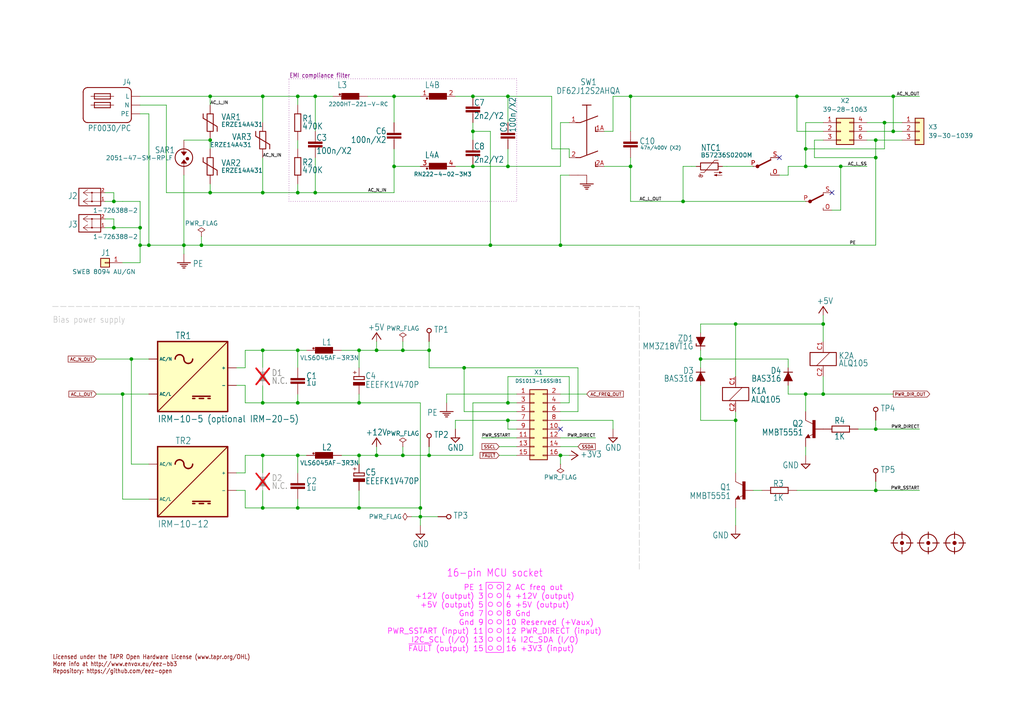
<source format=kicad_sch>
(kicad_sch (version 20230121) (generator eeschema)
  (paper "A4")
  (title_block (title "EEZ DIB AUX-PS") (date "2024-01-02") (rev "r3B7") (company "Envox d.o.o.") (comment 1 "https://www.envox.eu/eez-bb3"))
  (junction (at 35.56 114.3))
  (junction (at 147.32 48.26))
  (junction (at 104.14 132.08))
  (junction (at 162.56 132.08))
  (junction (at 109.22 132.08))
  (junction (at 116.84 101.6))
  (junction (at 198.12 58.42))
  (junction (at 182.88 27.94))
  (junction (at 142.24 71.12))
  (junction (at 137.16 27.94))
  (junction (at 58.42 71.12))
  (junction (at 60.96 40.64))
  (junction (at 233.68 48.26))
  (junction (at 76.2 101.6))
  (junction (at 40.64 71.12))
  (junction (at 254 45.72))
  (junction (at 91.44 27.94))
  (junction (at 254 142.24))
  (junction (at 259.08 38.1))
  (junction (at 121.92 147.32))
  (junction (at 86.36 132.08))
  (junction (at 76.2 116.84))
  (junction (at 104.14 116.84))
  (junction (at 60.96 55.88))
  (junction (at 256.54 35.56))
  (junction (at 114.3 27.94))
  (junction (at 203.2 104.14))
  (junction (at 33.02 66.04))
  (junction (at 254 40.64))
  (junction (at 53.34 71.12))
  (junction (at 109.22 101.6))
  (junction (at 40.64 66.04))
  (junction (at 134.62 106.68))
  (junction (at 238.76 114.3))
  (junction (at 147.32 121.92))
  (junction (at 162.56 71.12))
  (junction (at 76.2 55.88))
  (junction (at 233.68 43.18))
  (junction (at 86.36 116.84))
  (junction (at 76.2 132.08))
  (junction (at 104.14 147.32))
  (junction (at 76.2 147.32))
  (junction (at 43.18 71.12))
  (junction (at 86.36 27.94))
  (junction (at 147.32 116.84))
  (junction (at 86.36 55.88))
  (junction (at 121.92 149.86))
  (junction (at 213.36 121.92))
  (junction (at 243.84 48.26))
  (junction (at 86.36 101.6))
  (junction (at 91.44 55.88))
  (junction (at 182.88 48.26))
  (junction (at 124.46 101.6))
  (junction (at 124.46 132.08))
  (junction (at 238.76 93.98))
  (junction (at 116.84 132.08))
  (junction (at 213.36 93.98))
  (junction (at 233.68 114.3))
  (junction (at 33.02 58.42))
  (junction (at 60.96 27.94))
  (junction (at 76.2 27.94))
  (junction (at 147.32 27.94))
  (junction (at 114.3 48.26))
  (junction (at 104.14 101.6))
  (junction (at 137.16 48.26))
  (junction (at 38.1 104.14))
  (junction (at 86.36 147.32))
  (junction (at 231.14 27.94))
  (junction (at 259.08 27.94))
  (junction (at 254 124.46))
  (junction (at 137.16 38.1))
  (no_connect (at 226.06 45.72))
  (no_connect (at 162.56 124.46))
  (no_connect (at 241.3 55.88))
  (wire (pts (xy 218.44 142.24) (xy 220.98 142.24)) (stroke (width 0.1524)))
  (wire (pts (xy 109.22 132.08) (xy 109.22 129.54)) (stroke (width 0.1524)))
  (wire (pts (xy 226.06 50.8) (xy 228.6 50.8)) (stroke (width 0.1524)))
  (wire (pts (xy 48.26 55.88) (xy 60.96 55.88)) (stroke (width 0.1524)))
  (wire (pts (xy 203.2 121.92) (xy 203.2 111.76)) (stroke (width 0.1524)))
  (wire (pts (xy 40.64 66.04) (xy 40.64 71.12)) (stroke (width 0.1524)))
  (wire (pts (xy 43.18 134.62) (xy 38.1 134.62)) (stroke (width 0.1524)))
  (wire (pts (xy 137.16 27.94) (xy 147.32 27.94)) (stroke (width 0.1524)))
  (wire (pts (xy 35.56 114.3) (xy 43.18 114.3)))
  (wire (pts (xy 182.88 58.42) (xy 198.12 58.42)) (stroke (width 0.1524)))
  (wire (pts (xy 228.6 104.14) (xy 203.2 104.14)) (stroke (width 0.1524)))
  (wire (pts (xy 132.08 48.26) (xy 137.16 48.26)))
  (wire (pts (xy 76.2 116.84) (xy 71.12 116.84)) (stroke (width 0.1524)))
  (wire (pts (xy 91.44 55.88) (xy 114.3 55.88)) (stroke (width 0.1524)))
  (wire (pts (xy 213.36 109.22) (xy 213.36 93.98)) (stroke (width 0.1524)))
  (wire (pts (xy 114.3 48.26) (xy 114.3 55.88)) (stroke (width 0.1524)))
  (wire (pts (xy 160.02 43.18) (xy 160.02 27.94)) (stroke (width 0.1524)))
  (wire (pts (xy 203.2 93.98) (xy 203.2 96.52)) (stroke (width 0.1524)))
  (polyline (pts (xy 185.42 165.1) (xy 185.42 88.9)) (stroke (width 0.1524) (type dash) (color 194 194 194 1)))
  (wire (pts (xy 231.14 38.1) (xy 238.76 38.1)))
  (wire (pts (xy 228.6 106.68) (xy 228.6 104.14)) (stroke (width 0.1524)))
  (wire (pts (xy 149.86 121.92) (xy 147.32 121.92)))
  (wire (pts (xy 33.02 66.04) (xy 35.56 66.04)))
  (wire (pts (xy 71.12 132.08) (xy 71.12 137.16)) (stroke (width 0.1524)))
  (wire (pts (xy 231.14 27.94) (xy 259.08 27.94)) (stroke (width 0.1524)))
  (wire (pts (xy 182.88 38.1) (xy 182.88 27.94)) (stroke (width 0.1524)))
  (wire (pts (xy 76.2 27.94) (xy 60.96 27.94)) (stroke (width 0.1524)))
  (wire (pts (xy 114.3 35.56) (xy 114.3 27.94)) (stroke (width 0.1524)))
  (wire (pts (xy 259.08 27.94) (xy 266.7 27.94)) (stroke (width 0.1524)))
  (wire (pts (xy 147.32 116.84) (xy 137.16 116.84)))
  (wire (pts (xy 137.16 48.26) (xy 147.32 48.26)) (stroke (width 0.1524)))
  (wire (pts (xy 236.22 45.72) (xy 254 45.72)))
  (wire (pts (xy 104.14 132.08) (xy 99.06 132.08)) (stroke (width 0.1524)))
  (wire (pts (xy 30.48 66.04) (xy 33.02 66.04)))
  (wire (pts (xy 76.2 142.24) (xy 76.2 147.32)) (stroke (width 0.1524)))
  (wire (pts (xy 35.56 144.78) (xy 43.18 144.78)) (stroke (width 0.1524)))
  (wire (pts (xy 91.44 45.72) (xy 91.44 55.88)) (stroke (width 0.1524)))
  (wire (pts (xy 71.12 137.16) (xy 68.58 137.16)) (stroke (width 0.1524)))
  (wire (pts (xy 53.34 71.12) (xy 58.42 71.12)) (stroke (width 0.1524)))
  (wire (pts (xy 96.52 27.94) (xy 91.44 27.94)) (stroke (width 0.1524)))
  (wire (pts (xy 124.46 99.06) (xy 124.46 101.6)) (stroke (width 0.1524)))
  (wire (pts (xy 114.3 48.26) (xy 121.92 48.26)))
  (wire (pts (xy 165.1 116.84) (xy 162.56 116.84)))
  (wire (pts (xy 210.82 48.26) (xy 218.44 48.26)) (stroke (width 0.1524)))
  (wire (pts (xy 60.96 30.48) (xy 60.96 27.94)) (stroke (width 0.1524)))
  (wire (pts (xy 86.36 53.34) (xy 86.36 55.88)) (stroke (width 0.1524)))
  (wire (pts (xy 162.56 50.8) (xy 162.56 71.12)) (stroke (width 0.1524)))
  (wire (pts (xy 213.36 121.92) (xy 213.36 137.16)) (stroke (width 0.1524)))
  (wire (pts (xy 243.84 60.96) (xy 243.84 48.26)) (stroke (width 0.1524)))
  (wire (pts (xy 213.36 147.32) (xy 213.36 152.4)) (stroke (width 0.1524)))
  (wire (pts (xy 40.64 66.04) (xy 40.64 58.42)) (stroke (width 0.1524)))
  (wire (pts (xy 58.42 68.58) (xy 58.42 71.12)))
  (wire (pts (xy 60.96 40.64) (xy 53.34 40.64)) (stroke (width 0.1524)))
  (wire (pts (xy 132.08 27.94) (xy 137.16 27.94)))
  (wire (pts (xy 254 45.72) (xy 254 40.64)))
  (wire (pts (xy 86.36 147.32) (xy 104.14 147.32)) (stroke (width 0.1524)))
  (wire (pts (xy 116.84 99.06) (xy 116.84 101.6)))
  (wire (pts (xy 162.56 121.92) (xy 177.8 121.92)))
  (wire (pts (xy 86.36 144.78) (xy 86.36 147.32)) (stroke (width 0.1524)))
  (wire (pts (xy 162.56 71.12) (xy 254 71.12)) (stroke (width 0.1524)))
  (wire (pts (xy 38.1 104.14) (xy 43.18 104.14)) (stroke (width 0.1524)))
  (polyline (pts (xy 15.24 88.9) (xy 185.42 88.9)) (stroke (width 0.1524) (type dash) (color 194 194 194 1)))
  (wire (pts (xy 162.56 132.08) (xy 165.1 132.08)))
  (wire (pts (xy 162.56 129.54) (xy 167.64 129.54)))
  (wire (pts (xy 213.36 121.92) (xy 203.2 121.92)) (stroke (width 0.1524)))
  (wire (pts (xy 99.06 101.6) (xy 104.14 101.6)) (stroke (width 0.1524)))
  (wire (pts (xy 40.64 30.48) (xy 48.26 30.48)) (stroke (width 0.1524)))
  (wire (pts (xy 86.36 101.6) (xy 88.9 101.6)) (stroke (width 0.1524)))
  (wire (pts (xy 86.36 132.08) (xy 76.2 132.08)) (stroke (width 0.1524)))
  (wire (pts (xy 38.1 104.14) (xy 27.94 104.14)) (stroke (width 0.1524)))
  (wire (pts (xy 86.36 27.94) (xy 76.2 27.94)) (stroke (width 0.1524)))
  (wire (pts (xy 91.44 27.94) (xy 86.36 27.94)) (stroke (width 0.1524)))
  (wire (pts (xy 35.56 58.42) (xy 40.64 58.42)) (stroke (width 0.1524)))
  (wire (pts (xy 251.46 35.56) (xy 256.54 35.56)))
  (wire (pts (xy 228.6 48.26) (xy 228.6 50.8)) (stroke (width 0.1524)))
  (wire (pts (xy 30.48 55.88) (xy 33.02 55.88)))
  (wire (pts (xy 104.14 116.84) (xy 121.92 116.84)) (stroke (width 0.1524)))
  (wire (pts (xy 209.55 48.26) (xy 210.82 48.26)))
  (wire (pts (xy 175.26 48.26) (xy 182.88 48.26)) (stroke (width 0.1524)))
  (wire (pts (xy 71.12 116.84) (xy 71.12 111.76)) (stroke (width 0.1524)))
  (wire (pts (xy 182.88 27.94) (xy 231.14 27.94)) (stroke (width 0.1524)))
  (wire (pts (xy 231.14 27.94) (xy 231.14 38.1)))
  (wire (pts (xy 182.88 48.26) (xy 182.88 58.42)) (stroke (width 0.1524)))
  (wire (pts (xy 137.16 38.1) (xy 142.24 38.1)) (stroke (width 0.1524)))
  (wire (pts (xy 127 149.86) (xy 121.92 149.86)) (stroke (width 0.1524)))
  (wire (pts (xy 142.24 71.12) (xy 162.56 71.12)) (stroke (width 0.1524)))
  (wire (pts (xy 236.22 40.64) (xy 236.22 45.72)))
  (wire (pts (xy 147.32 35.56) (xy 147.32 27.94)) (stroke (width 0.1524)))
  (wire (pts (xy 116.84 132.08) (xy 124.46 132.08)) (stroke (width 0.1524)))
  (wire (pts (xy 129.54 114.3) (xy 129.54 116.84)))
  (wire (pts (xy 104.14 142.24) (xy 104.14 147.32)) (stroke (width 0.1524)))
  (wire (pts (xy 71.12 101.6) (xy 76.2 101.6)) (stroke (width 0.1524)))
  (wire (pts (xy 147.32 124.46) (xy 149.86 124.46)))
  (wire (pts (xy 40.64 27.94) (xy 60.96 27.94)) (stroke (width 0.1524)))
  (wire (pts (xy 233.68 35.56) (xy 233.68 43.18)))
  (wire (pts (xy 259.08 27.94) (xy 259.08 38.1)) (stroke (width 0.1524)))
  (wire (pts (xy 160.02 43.18) (xy 165.1 43.18)) (stroke (width 0.1524)))
  (wire (pts (xy 124.46 106.68) (xy 134.62 106.68)) (stroke (width 0.1524)))
  (wire (pts (xy 124.46 129.54) (xy 124.46 132.08)) (stroke (width 0.1524)))
  (wire (pts (xy 137.16 132.08) (xy 124.46 132.08)))
  (wire (pts (xy 213.36 93.98) (xy 203.2 93.98)) (stroke (width 0.1524)))
  (wire (pts (xy 251.46 40.64) (xy 254 40.64)))
  (wire (pts (xy 43.18 71.12) (xy 53.34 71.12)) (stroke (width 0.1524)))
  (wire (pts (xy 86.36 43.18) (xy 86.36 40.64)) (stroke (width 0.1524)))
  (wire (pts (xy 121.92 147.32) (xy 121.92 149.86)) (stroke (width 0.1524)))
  (wire (pts (xy 251.46 38.1) (xy 259.08 38.1)))
  (wire (pts (xy 86.36 55.88) (xy 91.44 55.88)) (stroke (width 0.1524)))
  (wire (pts (xy 213.36 121.92) (xy 213.36 119.38)) (stroke (width 0.1524)))
  (wire (pts (xy 254 121.92) (xy 254 124.46)))
  (wire (pts (xy 254 40.64) (xy 261.62 40.64)))
  (wire (pts (xy 233.68 132.08) (xy 233.68 129.54)) (stroke (width 0.1524)))
  (wire (pts (xy 76.2 101.6) (xy 86.36 101.6)) (stroke (width 0.1524)))
  (wire (pts (xy 238.76 114.3) (xy 238.76 109.22)) (stroke (width 0.1524)))
  (wire (pts (xy 124.46 106.68) (xy 124.46 101.6)) (stroke (width 0.1524)))
  (wire (pts (xy 231.14 142.24) (xy 254 142.24)) (stroke (width 0.1524)))
  (wire (pts (xy 104.14 147.32) (xy 121.92 147.32)) (stroke (width 0.1524)))
  (wire (pts (xy 238.76 114.3) (xy 233.68 114.3)) (stroke (width 0.1524)))
  (wire (pts (xy 58.42 71.12) (xy 142.24 71.12)) (stroke (width 0.1524)))
  (wire (pts (xy 121.92 116.84) (xy 121.92 147.32)) (stroke (width 0.1524)))
  (wire (pts (xy 167.64 106.68) (xy 167.64 119.38)))
  (wire (pts (xy 177.8 121.92) (xy 177.8 124.46)))
  (wire (pts (xy 129.54 114.3) (xy 149.86 114.3)))
  (wire (pts (xy 109.22 132.08) (xy 116.84 132.08)) (stroke (width 0.1524)))
  (wire (pts (xy 60.96 43.18) (xy 60.96 40.64)) (stroke (width 0.1524)))
  (wire (pts (xy 40.64 71.12) (xy 40.64 76.2)) (stroke (width 0.1524)))
  (wire (pts (xy 144.78 129.54) (xy 149.86 129.54)))
  (wire (pts (xy 198.12 48.26) (xy 198.12 58.42)) (stroke (width 0.1524)))
  (wire (pts (xy 33.02 63.5) (xy 33.02 66.04)))
  (wire (pts (xy 254 45.72) (xy 254 71.12)))
  (wire (pts (xy 106.68 27.94) (xy 114.3 27.94)) (stroke (width 0.1524)))
  (wire (pts (xy 165.1 109.22) (xy 165.1 116.84)))
  (wire (pts (xy 71.12 147.32) (xy 76.2 147.32)) (stroke (width 0.1524)))
  (wire (pts (xy 53.34 50.8) (xy 53.34 71.12)) (stroke (width 0.1524)))
  (wire (pts (xy 114.3 27.94) (xy 121.92 27.94)))
  (wire (pts (xy 76.2 111.76) (xy 76.2 116.84)) (stroke (width 0.1524)))
  (wire (pts (xy 40.64 66.04) (xy 35.56 66.04)) (stroke (width 0.1524)))
  (wire (pts (xy 109.22 101.6) (xy 116.84 101.6)) (stroke (width 0.1524)))
  (wire (pts (xy 137.16 35.56) (xy 137.16 38.1)) (stroke (width 0.1524)))
  (wire (pts (xy 170.18 114.3) (xy 162.56 114.3)))
  (wire (pts (xy 68.58 142.24) (xy 71.12 142.24)) (stroke (width 0.1524)))
  (wire (pts (xy 91.44 38.1) (xy 91.44 27.94)) (stroke (width 0.1524)))
  (wire (pts (xy 104.14 106.68) (xy 104.14 101.6)) (stroke (width 0.1524)))
  (wire (pts (xy 35.56 114.3) (xy 27.94 114.3)) (stroke (width 0.1524)))
  (wire (pts (xy 162.56 35.56) (xy 165.1 35.56)) (stroke (width 0.1524)))
  (wire (pts (xy 238.76 35.56) (xy 233.68 35.56)))
  (wire (pts (xy 203.2 104.14) (xy 203.2 101.6)) (stroke (width 0.1524)))
  (wire (pts (xy 147.32 121.92) (xy 132.08 121.92)))
  (wire (pts (xy 147.32 121.92) (xy 147.32 124.46)))
  (wire (pts (xy 76.2 55.88) (xy 86.36 55.88)) (stroke (width 0.1524)))
  (wire (pts (xy 200.66 48.26) (xy 198.12 48.26)) (stroke (width 0.1524)))
  (wire (pts (xy 43.18 71.12) (xy 40.64 71.12)) (stroke (width 0.1524)))
  (wire (pts (xy 238.76 99.06) (xy 238.76 93.98)) (stroke (width 0.1524)))
  (wire (pts (xy 121.92 149.86) (xy 121.92 152.4)) (stroke (width 0.1524)))
  (wire (pts (xy 114.3 43.18) (xy 114.3 48.26)) (stroke (width 0.1524)))
  (wire (pts (xy 228.6 114.3) (xy 228.6 111.76)) (stroke (width 0.1524)))
  (wire (pts (xy 233.68 43.18) (xy 256.54 43.18)))
  (wire (pts (xy 233.68 43.18) (xy 233.68 48.26)))
  (wire (pts (xy 254 124.46) (xy 266.7 124.46)) (stroke (width 0.1524)))
  (wire (pts (xy 76.2 35.56) (xy 76.2 27.94)) (stroke (width 0.1524)))
  (wire (pts (xy 228.6 48.26) (xy 233.68 48.26)) (stroke (width 0.1524)))
  (wire (pts (xy 104.14 134.62) (xy 104.14 132.08)) (stroke (width 0.1524)))
  (wire (pts (xy 60.96 53.34) (xy 60.96 55.88)) (stroke (width 0.1524)))
  (wire (pts (xy 86.36 116.84) (xy 76.2 116.84)) (stroke (width 0.1524)))
  (wire (pts (xy 71.12 111.76) (xy 68.58 111.76)) (stroke (width 0.1524)))
  (wire (pts (xy 259.08 38.1) (xy 261.62 38.1)))
  (wire (pts (xy 38.1 104.14) (xy 38.1 134.62)) (stroke (width 0.1524)))
  (wire (pts (xy 139.7 127) (xy 149.86 127)))
  (wire (pts (xy 182.88 45.72) (xy 182.88 48.26)) (stroke (width 0.1524)))
  (wire (pts (xy 165.1 43.18) (xy 165.1 45.72)) (stroke (width 0.1524)))
  (wire (pts (xy 109.22 99.06) (xy 109.22 101.6)) (stroke (width 0.1524)))
  (wire (pts (xy 147.32 109.22) (xy 165.1 109.22)))
  (wire (pts (xy 254 139.7) (xy 254 142.24)))
  (wire (pts (xy 104.14 114.3) (xy 104.14 116.84)) (stroke (width 0.1524)))
  (wire (pts (xy 147.32 116.84) (xy 149.86 116.84)))
  (wire (pts (xy 241.3 60.96) (xy 243.84 60.96)) (stroke (width 0.1524)))
  (wire (pts (xy 142.24 38.1) (xy 142.24 71.12)) (stroke (width 0.1524)))
  (wire (pts (xy 200.66 48.26) (xy 201.93 48.26)))
  (wire (pts (xy 144.78 132.08) (xy 149.86 132.08)))
  (wire (pts (xy 162.56 48.26) (xy 162.56 35.56)) (stroke (width 0.1524)))
  (wire (pts (xy 243.84 48.26) (xy 251.46 48.26)) (stroke (width 0.1524)))
  (wire (pts (xy 116.84 129.54) (xy 116.84 132.08)))
  (wire (pts (xy 147.32 116.84) (xy 147.32 109.22)))
  (wire (pts (xy 71.12 106.68) (xy 68.58 106.68)) (stroke (width 0.1524)))
  (wire (pts (xy 33.02 58.42) (xy 35.56 58.42)))
  (wire (pts (xy 88.9 132.08) (xy 86.36 132.08)) (stroke (width 0.1524)))
  (wire (pts (xy 238.76 93.98) (xy 238.76 91.44)) (stroke (width 0.1524)))
  (wire (pts (xy 48.26 30.48) (xy 48.26 55.88)) (stroke (width 0.1524)))
  (wire (pts (xy 60.96 55.88) (xy 76.2 55.88)) (stroke (width 0.1524)))
  (wire (pts (xy 30.48 63.5) (xy 33.02 63.5)))
  (wire (pts (xy 132.08 121.92) (xy 132.08 124.46)))
  (wire (pts (xy 33.02 55.88) (xy 33.02 58.42)))
  (wire (pts (xy 86.36 114.3) (xy 86.36 116.84)) (stroke (width 0.1524)))
  (wire (pts (xy 182.88 27.94) (xy 177.8 27.94)) (stroke (width 0.1524)))
  (wire (pts (xy 76.2 106.68) (xy 76.2 101.6)) (stroke (width 0.1524)))
  (wire (pts (xy 248.92 124.46) (xy 254 124.46)) (stroke (width 0.1524)))
  (wire (pts (xy 86.36 106.68) (xy 86.36 101.6)) (stroke (width 0.1524)))
  (wire (pts (xy 86.36 137.16) (xy 86.36 132.08)) (stroke (width 0.1524)))
  (wire (pts (xy 134.62 106.68) (xy 134.62 119.38)))
  (wire (pts (xy 119.38 149.86) (xy 121.92 149.86)))
  (wire (pts (xy 238.76 114.3) (xy 259.08 114.3)) (stroke (width 0.1524)))
  (wire (pts (xy 147.32 27.94) (xy 160.02 27.94)) (stroke (width 0.1524)))
  (wire (pts (xy 147.32 48.26) (xy 162.56 48.26)) (stroke (width 0.1524)))
  (wire (pts (xy 233.68 119.38) (xy 233.68 114.3)) (stroke (width 0.1524)))
  (wire (pts (xy 104.14 116.84) (xy 86.36 116.84)) (stroke (width 0.1524)))
  (wire (pts (xy 76.2 45.72) (xy 76.2 55.88)) (stroke (width 0.1524)))
  (wire (pts (xy 162.56 132.08) (xy 162.56 134.62)))
  (wire (pts (xy 256.54 43.18) (xy 256.54 35.56)))
  (wire (pts (xy 162.56 119.38) (xy 167.64 119.38)))
  (wire (pts (xy 238.76 40.64) (xy 236.22 40.64)))
  (wire (pts (xy 177.8 38.1) (xy 177.8 27.94)) (stroke (width 0.1524)))
  (wire (pts (xy 40.64 33.02) (xy 43.18 33.02)) (stroke (width 0.1524)))
  (wire (pts (xy 71.12 101.6) (xy 71.12 106.68)) (stroke (width 0.1524)))
  (wire (pts (xy 76.2 147.32) (xy 86.36 147.32)) (stroke (width 0.1524)))
  (wire (pts (xy 149.86 119.38) (xy 134.62 119.38)))
  (wire (pts (xy 71.12 142.24) (xy 71.12 147.32)) (stroke (width 0.1524)))
  (wire (pts (xy 238.76 93.98) (xy 213.36 93.98)) (stroke (width 0.1524)))
  (wire (pts (xy 203.2 104.14) (xy 203.2 106.68)) (stroke (width 0.1524)))
  (wire (pts (xy 134.62 106.68) (xy 167.64 106.68)))
  (wire (pts (xy 76.2 132.08) (xy 71.12 132.08)) (stroke (width 0.1524)))
  (wire (pts (xy 254 142.24) (xy 266.7 142.24)) (stroke (width 0.1524)))
  (wire (pts (xy 137.16 38.1) (xy 137.16 40.64)) (stroke (width 0.1524)))
  (wire (pts (xy 76.2 137.16) (xy 76.2 132.08)) (stroke (width 0.1524)))
  (wire (pts (xy 137.16 116.84) (xy 137.16 132.08)))
  (wire (pts (xy 30.48 58.42) (xy 33.02 58.42)))
  (wire (pts (xy 43.18 33.02) (xy 43.18 71.12)) (stroke (width 0.1524)))
  (wire (pts (xy 53.34 71.12) (xy 53.34 73.66)) (stroke (width 0.1524)))
  (wire (pts (xy 116.84 101.6) (xy 124.46 101.6)) (stroke (width 0.1524)))
  (wire (pts (xy 104.14 101.6) (xy 109.22 101.6)) (stroke (width 0.1524)))
  (wire (pts (xy 86.36 30.48) (xy 86.36 27.94)) (stroke (width 0.1524)))
  (wire (pts (xy 177.8 38.1) (xy 175.26 38.1)) (stroke (width 0.1524)))
  (wire (pts (xy 233.68 114.3) (xy 228.6 114.3)) (stroke (width 0.1524)))
  (wire (pts (xy 165.1 50.8) (xy 162.56 50.8)) (stroke (width 0.1524)))
  (wire (pts (xy 35.56 114.3) (xy 35.56 144.78)) (stroke (width 0.1524)))
  (wire (pts (xy 233.68 48.26) (xy 243.84 48.26)) (stroke (width 0.1524)))
  (wire (pts (xy 256.54 35.56) (xy 261.62 35.56)))
  (wire (pts (xy 35.56 76.2) (xy 40.64 76.2)) (stroke (width 0.1524)))
  (wire (pts (xy 147.32 43.18) (xy 147.32 48.26)) (stroke (width 0.1524)))
  (wire (pts (xy 109.22 132.08) (xy 104.14 132.08)) (stroke (width 0.1524)))
  (wire (pts (xy 162.56 127) (xy 172.72 127)))
  (wire (pts (xy 198.12 58.42) (xy 233.68 58.42)) (stroke (width 0.1524)))
  (circle (center 144.78 177.8) (radius 0.635) (stroke (width 0.1524) (color 255 0 255 1)))
  (circle (center 142.24 172.72) (radius 0.635) (stroke (width 0.1524) (color 255 0 255 1)))
  (circle (center 144.78 182.88) (radius 0.635) (stroke (width 0.1524) (color 255 0 255 1)))
  (circle (center 144.78 185.42) (radius 0.635) (stroke (width 0.1524) (color 255 0 255 1)))
  (circle (center 142.24 177.8) (radius 0.635) (stroke (width 0.1524) (color 255 0 255 1)))
  (circle (center 142.24 185.42) (radius 0.635) (stroke (width 0.1524) (color 255 0 255 1)))
  (circle (center 142.24 180.34) (radius 0.635) (stroke (width 0.1524) (color 255 0 255 1)))
  (circle (center 142.24 187.96) (radius 0.635) (stroke (width 0.1524) (color 255 0 255 1)))
  (rectangle (start 140.97 168.91) (end 146.05 189.23) (stroke (width 0) (color 255 0 255 1)))
  (circle (center 144.78 172.72) (radius 0.635) (stroke (width 0.1524) (color 255 0 255 1)))
  (rectangle (start 83.82 22.86) (end 149.86 58.42) (stroke (width 0) (type dot) (color 132 0 132 1)))
  (circle (center 142.24 175.26) (radius 0.635) (stroke (width 0.1524) (color 255 0 255 1)))
  (circle (center 144.78 180.34) (radius 0.635) (stroke (width 0.1524) (color 255 0 255 1)))
  (circle (center 142.24 170.18) (radius 0.635) (stroke (width 0.1524) (color 255 0 255 1)))
  (circle (center 142.24 182.88) (radius 0.635) (stroke (width 0.1524) (color 255 0 255 1)))
  (circle (center 144.78 175.26) (radius 0.635) (stroke (width 0.1524) (color 255 0 255 1)))
  (circle (center 144.78 187.96) (radius 0.635) (stroke (width 0.1524) (color 255 0 255 1)))
  (circle (center 144.78 170.18) (radius 0.635) (stroke (width 0.1524) (color 255 0 255 1)))
  (text "2 AC freq out\n4 +12V (output)\n6 +5V (output)\n8 Gnd\n10 Reserved (+Vaux)\n12 PWR_DIRECT (input)\n14 I2C_SDA (I/O)\n16 +3V3 (input)" (at 146.685 189.23 0) (effects (font (size 1.5748 1.5748)) (justify left bottom)))
  (text "PE 1\n+12V (output) 3\n+5V (output) 5\nGnd 7\nGnd 9\nPWR_SSTART (input) 11\nI2C_SCL (I/O) 13\n~{FAULT} (output) 15" (at 140.335 189.23 0) (effects (font (size 1.5748 1.5748)) (justify right bottom)))
  (text "EMI compliance filter" (at 101.6 22.86 0) (effects (font (size 1.27 1.0795)) (justify right bottom)))
  (text "\" \"" (at 486.41 167.005 0) (effects (font (size 1.778 1.5113)) (justify left bottom)))
  (text "Bias power supply" (at 15.24 93.98 0) (effects (font (size 1.778 1.5113)) (justify left bottom)))
  (text "16-pin MCU socket" (at 129.54 167.64 0) (effects (font (size 2.1844 1.8567)) (justify left bottom)))
  (text "Licensed under the TAPR Open Hardware License (www.tapr.org/OHL)\nMore info at http://www.envox.eu/eez-bb3\nRepository: https://github.com/eez-open" (at 15.24 195.58 0) (effects (font (size 1.27 1.0795)) (justify left bottom)))
  (label "AC_L_IN" (at 60.96 30.48 0) (effects (font (size 0.889 0.889))))
  (label "PWR_SSTART" (at 266.7 142.24 180) (effects (font (size 0.889 0.889))))
  (label "PE" (at 246.38 71.12 0) (effects (font (size 0.889 0.889))))
  (label "PWR_SSTART" (at 139.7 127 0) (effects (font (size 0.889 0.889))))
  (label "AC_N_IN" (at 76.2 45.72 0) (effects (font (size 0.889 0.889))))
  (label "AC_N_IN" (at 106.68 55.88 0) (effects (font (size 0.889 0.889))))
  (label "PWR_DIRECT" (at 172.72 127 180) (effects (font (size 0.889 0.889))))
  (label "PWR_DIRECT" (at 266.7 124.46 180) (effects (font (size 0.889 0.889))))
  (label "AC_L_SS" (at 251.46 48.26 180) (effects (font (size 0.889 0.889))))
  (label "AC_N_OUT" (at 266.7 27.94 180) (effects (font (size 0.889 0.889))))
  (label "AC_L_OUT" (at 185.42 58.42 0) (effects (font (size 0.889 0.889))))
  (global_label "AC_N_OUT" (shape input) (at 27.94 104.14 180) (effects (font (size 0.889 0.889))) (property "Intersheetrefs" "${INTERSHEET_REFS}" (effects hide)))
  (global_label "AC_FREQ_OUT" (shape input) (at 170.18 114.3 0) (effects (font (size 0.889 0.889))) (property "Intersheetrefs" "${INTERSHEET_REFS}" (effects hide)))
  (global_label "SSDA" (shape input) (at 167.64 129.54 0) (effects (font (size 0.889 0.889))) (property "Intersheetrefs" "${INTERSHEET_REFS}" (effects hide)))
  (global_label "~{FAULT}" (shape input) (at 144.78 132.08 180) (effects (font (size 0.889 0.889))) (property "Intersheetrefs" "${INTERSHEET_REFS}" (effects hide)))
  (global_label "AC_L_OUT" (shape input) (at 27.94 114.3 180) (effects (font (size 0.889 0.889))) (property "Intersheetrefs" "${INTERSHEET_REFS}" (effects hide)))
  (global_label "PWR_DIR_OUT" (shape output) (at 259.08 114.3 0) (effects (font (size 0.889 0.889))) (property "Intersheetrefs" "${INTERSHEET_REFS}" (effects hide)))
  (global_label "SSCL" (shape input) (at 144.78 129.54 180) (effects (font (size 0.889 0.889))) (property "Intersheetrefs" "${INTERSHEET_REFS}" (effects hide)))
  (symbol (lib_id "PCM_EEZ_unsorted:DF62J12S2AHQA") (at 165.1 40.64 0) (unit 1)
    (property "Reference" "SW1" (at 168.275 24.765 0) (effects (font (size 1.778 1.5113)) (justify left bottom)))
    (property "Value" "DF62J12S2AHQA" (at 161.29 27.305 0) (effects (font (size 1.778 1.5113)) (justify left bottom)))
    (property "Footprint" "PCM_EEZ_THT:DF62J12S2" (effects hide))
    (property "DigiKey" "CKN2062-ND" (effects hide))
    (property "Mouser" "611-DF62J12S2AHQA" (effects hide))
    (property "TME" "DF62J12S2AHQA" (effects hide))
  )
  (symbol (lib_id "PCM_EEZ_symbols:+5V") (at 238.76 88.9 0) (unit 1)
    (property "Reference" "#P+02" (effects hide))
    (property "Value" "+5V" (at 236.855 88.265 0) (effects (font (size 1.778 1.5113)) (justify left bottom)))
  )
  (symbol (lib_id "PCM_EEZ_symbols:PE") (at 53.34 76.2 0) (unit 1)
    (property "Reference" "#PE02" (effects hide))
    (property "Value" "PE" (at 55.88 77.47 0) (effects (font (size 1.778 1.5113)) (justify left bottom)))
  )
  (symbol (lib_id "PCM_EEZ_passives:C-EU") (at 137.16 43.18 0) (unit 1)
    (property "Reference" "C8" (at 137.414 43.434 0) (effects (font (size 1.778 1.5113)) (justify left bottom)))
    (property "Value" "2n2/Y2" (at 137.414 47.244 0) (effects (font (size 1.778 1.5113)) (justify left bottom)))
    (property "Footprint" "PCM_EEZ_passives:C075-042X103" (effects hide))
    (property "DigiKey" "495-4874-1-ND" (effects hide))
    (property "Mouser" "871-B32620A6222J289" (effects hide))
    (property "TME" "R66PD1220AA10K" (effects hide))
  )
  (symbol (lib_id "PCM_EEZ_unsorted:PCB test point") (at 129.54 149.86 0) (unit 1) (in_bom no)
    (property "Reference" "TP3" (at 131.445 150.495 0) (effects (font (size 1.778 1.5113)) (justify left bottom)))
    (property "Value" "PCB_TEST_TABSHIELD" (effects hide))
    (property "Footprint" "PCM_EEZ_THT:Testhole 24_50mils" (effects hide))
  )
  (symbol (lib_id "PCM_EEZ_passives:R-EU") (at 226.06 142.24 0) (mirror x) (unit 1)
    (property "Reference" "R3" (at 224.155 139.2936 0) (effects (font (size 1.778 1.5113)) (justify left bottom)))
    (property "Value" "1K" (at 224.155 143.383 0) (effects (font (size 1.778 1.5113)) (justify left bottom)))
    (property "Footprint" "Resistor_SMD:R_0805_2012Metric" (effects hide))
    (property "DigiKey" "311-1.00KCRTR-ND" (effects hide))
    (property "Mouser" "603-RC0805FR-071KL" (effects hide))
    (property "TME" "RC0805FR-071K" (effects hide))
  )
  (symbol (lib_id "Connector_Generic:Conn_01x01") (at 30.48 76.2 180) (unit 1)
    (property "Reference" "J1" (at 29.21 74.295 0) (effects (font (size 1.778 1.5113)) (justify right top)))
    (property "Value" "SWEB 8094 AU/GN" (at 39.37 78.105 0) (effects (justify left bottom)))
    (property "Footprint" "PCM_EEZ_connectors:SWEB 8094_AU_GN" (effects hide))
    (property "DigiKey" "-" (effects hide))
    (property "Mouser" "-" (effects hide))
    (property "TME" "SWEB 8094 AU/GN" (effects hide))
  )
  (symbol (lib_id "PCM_EEZ_passives:ECAP") (at 104.14 137.16 0) (unit 1)
    (property "Reference" "C5" (at 105.918 137.9474 0) (effects (font (size 1.778 1.5113)) (justify left bottom)))
    (property "Value" "EEEFK1V470P" (at 105.918 140.4874 0) (effects (font (size 1.778 1.5113)) (justify left bottom)))
    (property "Footprint" "PCM_EEZ_passives:CAPAE660X610N" (effects hide))
    (property "DigiKey" "PCE3842CT-ND" (effects hide))
    (property "Mouser" "667-EEE-FK1V470P" (effects hide))
    (property "TME" "EEEFK1V470P" (effects hide))
  )
  (symbol (lib_id "PCM_EEZ_symbols:GND") (at 121.92 154.94 0) (mirror y) (unit 1)
    (property "Reference" "#SUPPLY02" (effects hide))
    (property "Value" "GND" (at 124.46 158.75 0) (effects (font (size 1.778 1.5113)) (justify left bottom)))
  )
  (symbol (lib_id "power:PWR_FLAG") (at 162.56 134.62 180) (unit 1)
    (property "Reference" "#FLG05" (effects hide))
    (property "Value" "PWR_FLAG" (at 162.56 138.43 0))
  )
  (symbol (lib_id "PCM_EEZ_passives:R-EU") (at 86.36 35.56 90) (unit 1)
    (property "Reference" "R1" (at 87.63 35.3314 90) (effects (font (size 1.778 1.5113)) (justify right top)))
    (property "Value" "470K" (at 87.63 37.592 90) (effects (font (size 1.778 1.5113)) (justify right top)))
    (property "Footprint" "Resistor_SMD:R_0805_2012Metric" (effects hide))
    (property "DigiKey" "A126370CT-ND" (effects hide))
    (property "Mouser" "71-CRCW0805470KFKEA" (effects hide))
    (property "TME" "0805S8J0474T5E" (effects hide))
  )
  (symbol (lib_id "PCM_EEZ_symbols:FIDUCIAL") (at 261.62 157.48 0) (unit 1) (in_bom no)
    (property "Reference" "FM1" (effects hide))
    (property "Value" "FIDUCIAL" (effects hide))
    (property "Footprint" "PCM_EEZ_SMD:Fiducial" (effects hide))
  )
  (symbol (lib_id "PCM_EEZ_symbols:GND") (at 213.36 154.94 0) (unit 1)
    (property "Reference" "#SUPPLY05" (effects hide))
    (property "Value" "GND" (at 211.455 156.21 0) (effects (font (size 1.778 1.5113)) (justify right bottom)))
  )
  (symbol (lib_id "PCM_EEZ_passives:C-EU") (at 86.36 109.22 0) (unit 1)
    (property "Reference" "C1" (at 88.773 110.0074 0) (effects (font (size 1.778 1.5113)) (justify left bottom)))
    (property "Value" "1u" (at 88.773 111.9124 0) (effects (font (size 1.778 1.5113)) (justify left bottom)))
    (property "Footprint" "Capacitor_SMD:C_0805_2012Metric" (effects hide))
    (property "DigiKey" "490-10494-2-ND" (effects hide))
    (property "Mouser" "81-GRM219R7YA105KA2J" (effects hide))
    (property "TME" "GRM219R7YA105KA12D" (effects hide))
  )
  (symbol (lib_id "PCM_EEZ_passives:C-EU") (at 147.32 40.64 180) (unit 1)
    (property "Reference" "C9" (at 145.161 38.481 90) (effects (font (size 1.778 1.5113)) (justify right bottom)))
    (property "Value" "100n/X2" (at 147.701 38.481 90) (effects (font (size 1.778 1.5113)) (justify right bottom)))
    (property "Footprint" "PCM_EEZ_passives:C150-054X183" (effects hide))
    (property "DigiKey" "399-6806-ND " (effects hide))
    (property "Mouser" "80-R46KI310000M1M" (effects hide))
    (property "TME" "R46KI310000M1M" (effects hide))
  )
  (symbol (lib_id "PCM_EEZ_unsorted:AC-DC module") (at 55.88 109.22 0) (unit 1)
    (property "Reference" "TR1" (at 50.8 98.425 0) (effects (font (size 1.9304 1.6408)) (justify left bottom)))
    (property "Value" "IRM-10-5 (optional IRM-20-5)" (at 45.72 122.555 0) (effects (font (size 1.9304 1.6408)) (justify left bottom)))
    (property "Footprint" "PCM_EEZ_THT:IRM-10_20_COMBO" (effects hide))
    (property "DigiKey" "1866-3032-ND" (effects hide))
    (property "Mouser" "709-IRM10-5 " (effects hide))
    (property "TME" "IRM-10-5" (effects hide))
  )
  (symbol (lib_id "PCM_EEZ_passives:C-EU") (at 114.3 38.1 0) (unit 1)
    (property "Reference" "C6" (at 112.141 38.989 0) (effects (font (size 1.778 1.5113)) (justify right bottom)))
    (property "Value" "100n/X2" (at 112.141 41.529 0) (effects (font (size 1.778 1.5113)) (justify right bottom)))
    (property "Footprint" "PCM_EEZ_passives:C150-054X183" (effects hide))
    (property "DigiKey" "399-6806-ND " (effects hide))
    (property "Mouser" "80-R46KI310000M1M" (effects hide))
    (property "TME" "R46KI310000M1M" (effects hide))
  )
  (symbol (lib_id "PCM_EEZ_symbols:+12V") (at 109.22 127 0) (unit 1)
    (property "Reference" "#SUPPLY01" (effects hide))
    (property "Value" "+12V" (at 106.045 126.365 0) (effects (font (size 1.778 1.5113)) (justify left bottom)))
  )
  (symbol (lib_id "PCM_EEZ_passives:ECAP") (at 104.14 109.22 0) (unit 1)
    (property "Reference" "C4" (at 105.918 110.0074 0) (effects (font (size 1.778 1.5113)) (justify left bottom)))
    (property "Value" "EEEFK1V470P" (at 105.918 112.5474 0) (effects (font (size 1.778 1.5113)) (justify left bottom)))
    (property "Footprint" "PCM_EEZ_passives:CAPAE660X610N" (effects hide))
    (property "DigiKey" "PCE3842CT-ND" (effects hide))
    (property "Mouser" "667-EEE-FK1V470P" (effects hide))
    (property "TME" "EEEFK1V470P" (effects hide))
  )
  (symbol (lib_id "PCM_EEZ_symbols:+3V3") (at 167.64 132.08 270) (unit 1)
    (property "Reference" "#+3V01" (effects hide))
    (property "Value" "+3V3" (at 168.275 132.715 90) (effects (font (size 1.778 1.5113)) (justify left bottom)))
  )
  (symbol (lib_id "PCM_EEZ_connectors:1-726388-2") (at 30.48 66.04 180) (unit 1)
    (property "Reference" "J3" (at 19.685 66.04 0) (effects (font (size 1.778 1.5113)) (justify right top)))
    (property "Value" "1-726388-2" (at 40.005 67.945 0) (effects (justify left bottom)))
    (property "Footprint" "PCM_EEZ_connectors:1-726388-2" (effects hide))
    (property "DigiKey" "1-726388-2-ND" (effects hide))
    (property "Mouser" "571-1-726388-2" (effects hide))
    (property "TME" "61-1560-21/0030" (effects hide))
  )
  (symbol (lib_id "PCM_EEZ_discretes:DIODE") (at 228.6 109.22 90) (unit 1)
    (property "Reference" "D4" (at 226.695 106.5276 90) (effects (font (size 1.778 1.5113)) (justify left bottom)))
    (property "Value" "BAS316" (at 226.695 108.8136 90) (effects (font (size 1.778 1.5113)) (justify left bottom)))
    (property "Footprint" "PCM_EEZ_SMD:SOD-323_1P8X1P35_ONS-M" (effects hide))
    (property "DigiKey" "1727-7370-1-ND" (effects hide))
    (property "Mouser" "771-BAS316-T/R" (effects hide))
    (property "TME" "BAS316,115" (effects hide))
  )
  (symbol (lib_id "PCM_EEZ_discretes:DIODE") (at 203.2 109.22 90) (unit 1)
    (property "Reference" "D3" (at 201.295 106.5276 90) (effects (font (size 1.778 1.5113)) (justify left bottom)))
    (property "Value" "BAS316" (at 201.295 108.8136 90) (effects (font (size 1.778 1.5113)) (justify left bottom)))
    (property "Footprint" "PCM_EEZ_SMD:SOD-323_1P8X1P35_ONS-M" (effects hide))
    (property "DigiKey" "1727-7370-1-ND" (effects hide))
    (property "Mouser" "771-BAS316-T/R" (effects hide))
    (property "TME" "BAS316,115" (effects hide))
  )
  (symbol (lib_id "PCM_EEZ_discretes:NPN-SOT23-BEC") (at 236.22 124.46 0) (mirror y) (unit 1)
    (property "Reference" "Q2" (at 233.045 123.825 0) (effects (font (size 1.778 1.5113)) (justify left bottom)))
    (property "Value" "MMBT5551" (at 233.045 126.365 0) (effects (font (size 1.778 1.5113)) (justify left bottom)))
    (property "Footprint" "PCM_EEZ_SMD:SOT23-BEC" (effects hide))
    (property "DigiKey" "4878-MMBT5551CT-ND" (effects hide))
    (property "Mouser" "863-MMBT5551LT1G" (effects hide))
    (property "TME" "MMBT5551-7-F" (effects hide))
  )
  (symbol (lib_id "PCM_EEZ_passives:C-EU") (at 86.36 139.7 0) (unit 1)
    (property "Reference" "C2" (at 88.773 140.4874 0) (effects (font (size 1.778 1.5113)) (justify left bottom)))
    (property "Value" "1u" (at 88.773 142.3924 0) (effects (font (size 1.778 1.5113)) (justify left bottom)))
    (property "Footprint" "Capacitor_SMD:C_0805_2012Metric" (effects hide))
    (property "DigiKey" "490-10494-2-ND" (effects hide))
    (property "Mouser" "81-GRM219R7YA105KA2J" (effects hide))
    (property "TME" "GRM219R7YA105KA12D" (effects hide))
  )
  (symbol (lib_id "Device:Thermistor_NTC") (at 205.74 48.26 90) (unit 1)
    (property "Reference" "NTC1" (at 203.2 43.815 90) (effects (font (size 1.778 1.5113)) (justify right top)))
    (property "Value" "B57236S0200M" (at 203.2 45.72 90) (effects (justify right top)))
    (property "Footprint" "PCM_EEZ_passives:NTC_11.5X6_RM5" (effects hide))
    (property "DigiKey" "495-3047-ND " (effects hide))
    (property "Mouser" "871-B57236S200M" (effects hide))
    (property "TME" "B57236S0200" (effects hide))
  )
  (symbol (lib_id "PCM_EEZ_symbols:+5V") (at 109.22 96.52 0) (unit 1)
    (property "Reference" "#P+01" (effects hide))
    (property "Value" "+5V" (at 106.68 95.885 0) (effects (font (size 1.778 1.5113)) (justify left bottom)))
  )
  (symbol (lib_id "PCM_EEZ_symbols:GND") (at 132.08 127 0) (mirror y) (unit 1)
    (property "Reference" "#SUPPLY03" (effects hide))
    (property "Value" "GND" (at 134.62 130.81 0) (effects (font (size 1.778 1.5113)) (justify left bottom)))
  )
  (symbol (lib_id "PCM_EEZ_passives:VARISTOR") (at 76.2 40.64 270) (unit 1)
    (property "Reference" "VAR3" (at 73.025 38.735 90) (effects (font (size 1.778 1.5113)) (justify right top)))
    (property "Value" "ERZE14A431" (at 73.025 41.275 90) (effects (justify right top)))
    (property "Footprint" "PCM_EEZ_passives:VARISTOR_14MM_RM7.5MM" (effects hide))
    (property "DigiKey" "P16688-ND" (effects hide))
    (property "Mouser" "667-ERZ-E11A431" (effects hide))
    (property "TME" "V275LA20AP" (effects hide))
  )
  (symbol (lib_id "PCM_EEZ_passives:RN112") (at 127 48.26 0) (unit 1)
    (property "Reference" "L4" (at 123.19 45.9359 0) (effects (font (size 1.778 1.5113)) (justify left bottom)))
    (property "Value" "RN222-4-02-3M3" (at 120.015 51.181 0) (effects (font (size 1.143 1.143)) (justify left bottom)))
    (property "Footprint" "PCM_EEZ_passives:BOURNS_7100_COMBO" (effects hide))
    (property "DigiKey" "817-2100-ND" (effects hide))
    (property "Mouser" "631-RN112-4-02-0M7" (effects hide))
    (property "TME" "-" (effects hide))
  )
  (symbol (lib_id "PCM_EEZ_passives:SAR") (at 53.34 45.72 0) (unit 1)
    (property "Reference" "SAR1" (at 50.8 42.545 0) (effects (font (size 1.778 1.5113)) (justify right top)))
    (property "Value" "2051-47-SM-RPLF" (at 50.165 45.085 0) (effects (justify right top)))
    (property "Footprint" "PCM_EEZ_passives:SAR_4.5MM" (effects hide))
    (property "DigiKey" "2051-47-SM-RPLFCT-ND" (effects hide))
    (property "Mouser" "652-2051-47-SM-RPLF" (effects hide))
    (property "TME" "-" (effects hide))
  )
  (symbol (lib_id "PCM_EEZ_discretes:NPN-SOT23-BEC") (at 215.9 142.24 0) (mirror y) (unit 1)
    (property "Reference" "Q1" (at 212.09 142.24 0) (effects (font (size 1.778 1.5113)) (justify left bottom)))
    (property "Value" "MMBT5551" (at 212.09 144.78 0) (effects (font (size 1.778 1.5113)) (justify left bottom)))
    (property "Footprint" "PCM_EEZ_SMD:SOT23-BEC" (effects hide))
    (property "DigiKey" "4878-MMBT5551CT-ND" (effects hide))
    (property "Mouser" "863-MMBT5551LT1G" (effects hide))
    (property "TME" "MMBT5551-7-F" (effects hide))
  )
  (symbol (lib_id "PCM_EEZ_unsorted:PCB test point") (at 254 137.16 90) (unit 1) (in_bom no)
    (property "Reference" "TP5" (at 259.715 135.255 90) (effects (font (size 1.778 1.5113)) (justify left bottom)))
    (property "Value" "PCB_TEST_TABSHIELD" (effects hide))
    (property "Footprint" "PCM_EEZ_THT:Testhole 24_50mils" (effects hide))
  )
  (symbol (lib_id "PCM_EEZ_discretes:DIODE_ZENER") (at 203.2 99.06 270) (unit 1)
    (property "Reference" "ZD1" (at 201.168 97.155 90) (effects (font (size 1.778 1.5113)) (justify right top)))
    (property "Value" "MM3Z18VT1G" (at 201.168 99.441 90) (effects (font (size 1.778 1.5113)) (justify right top)))
    (property "Footprint" "PCM_EEZ_SMD:SOD-323_1P8X1P35_ONS-M" (effects hide))
    (property "DigiKey" "MM3Z18VT1GOSCT-ND" (effects hide))
    (property "Mouser" "863-MM3Z18VT1G" (effects hide))
    (property "TME" "MM3Z18VT1G" (effects hide))
  )
  (symbol (lib_id "PCM_EEZ_passives:L_EU_polarised") (at 93.98 132.08 0) (unit 1)
    (property "Reference" "L2" (at 93.345 130.7084 0) (effects (font (size 1.778 1.5113)) (justify left bottom)))
    (property "Value" "VLS6045AF-3R3N" (at 86.995 135.001 0) (effects (justify left bottom)))
    (property "Footprint" "PCM_EEZ_passives:COILCRAFT_HPI0630" (effects hide))
    (property "DigiKey" "445-180834-1-ND" (effects hide))
    (property "Mouser" "810-VLS6045AF-3R3N" (effects hide))
    (property "TME" "HPI0630-3R3" (effects hide))
  )
  (symbol (lib_id "power:PWR_FLAG") (at 116.84 129.54 0) (unit 1)
    (property "Reference" "#FLG03" (effects hide))
    (property "Value" "PWR_FLAG" (at 116.84 125.73 0))
  )
  (symbol (lib_id "PCM_EEZ_connectors:PF0030/PC") (at 40.64 30.48 0) (mirror y) (unit 1)
    (property "Reference" "J4" (at 38.1 24.765 0) (effects (font (size 1.6764 1.4249)) (justify left bottom)))
    (property "Value" "PF0030/PC" (at 38.1 38.1 0) (effects (font (size 1.6764 1.4249)) (justify left bottom)))
    (property "Footprint" "PCM_EEZ_connectors:PF0030_PC" (effects hide))
    (property "DigiKey" "708-1914-ND" (effects hide))
    (property "Mouser" "161-PF0030/PC" (effects hide))
    (property "TME" "PF0030/PC" (effects hide))
  )
  (symbol (lib_id "power:PWR_FLAG") (at 58.42 68.58 0) (unit 1)
    (property "Reference" "#FLG01" (effects hide))
    (property "Value" "PWR_FLAG" (at 58.42 64.77 0))
  )
  (symbol (lib_id "PCM_EEZ_passives:VARISTOR") (at 60.96 35.56 90) (unit 1)
    (property "Reference" "VAR1" (at 64.135 34.925 90) (effects (font (size 1.778 1.5113)) (justify right top)))
    (property "Value" "ERZE14A431" (at 64.135 36.83 90) (effects (justify right top)))
    (property "Footprint" "PCM_EEZ_passives:VARISTOR_14MM_RM7.5MM" (effects hide))
    (property "DigiKey" "P16688-ND" (effects hide))
    (property "Mouser" "667-ERZ-E11A431" (effects hide))
    (property "TME" "V275LA20AP" (effects hide))
  )
  (symbol (lib_id "PCM_EEZ_passives:RN112") (at 127 27.94 0) (unit 2)
    (property "Reference" "L4" (at 123.19 25.6159 0) (effects (font (size 1.778 1.5113)) (justify left bottom)))
    (property "Value" "RN222-4-02-3M3" (effects hide))
    (property "Footprint" "PCM_EEZ_passives:BOURNS_7100_COMBO" (effects hide))
    (property "DigiKey" "817-2100-ND" (effects hide))
    (property "Mouser" "631-RN112-4-02-0M7" (effects hide))
    (property "TME" "-" (effects hide))
  )
  (symbol (lib_id "PCM_EEZ_discretes:DIODE") (at 76.2 139.7 270) (mirror x) (unit 1) (in_bom no) (dnp yes)
    (property "Reference" "D2" (at 78.74 137.6426 90) (effects (font (size 1.778 1.5113)) (justify left bottom)))
    (property "Value" "N.C." (at 78.74 139.9286 90) (effects (font (size 1.778 1.5113)) (justify left bottom)))
    (property "Footprint" "PCM_EEZ_SMD:DO214AA" (effects hide))
  )
  (symbol (lib_id "PCM_EEZ_passives:L_EU_polarised") (at 101.6 27.94 0) (unit 1)
    (property "Reference" "L3" (at 97.79 25.6159 0) (effects (font (size 1.778 1.5113)) (justify left bottom)))
    (property "Value" "2200HT-221-V-RC" (at 95.25 30.861 0) (effects (font (size 1.143 1.143)) (justify left bottom)))
    (property "Footprint" "PCM_EEZ_passives:BOURNS_2200" (effects hide))
    (property "DigiKey" "2200HT-221-V-RC-ND" (effects hide))
    (property "Mouser" "542-2200HT-221V-RC" (effects hide))
    (property "TME" "-" (effects hide))
  )
  (symbol (lib_id "PCM_EEZ_symbols:GND") (at 177.8 127 0) (mirror y) (unit 1)
    (property "Reference" "#SUPPLY04" (effects hide))
    (property "Value" "GND" (at 180.34 130.81 0) (effects (font (size 1.778 1.5113)) (justify left bottom)))
  )
  (symbol (lib_id "PCM_EEZ_symbols:GND") (at 233.68 134.62 0) (unit 1)
    (property "Reference" "#SUPPLY06" (effects hide))
    (property "Value" "GND" (at 231.775 135.89 0) (effects (font (size 1.778 1.5113)) (justify right bottom)))
  )
  (symbol (lib_id "Connector_Generic:Conn_02x03_Top_Bottom") (at 243.84 38.1 0) (unit 1)
    (property "Reference" "X2" (at 245.11 29.21 0))
    (property "Value" "39-28-1063" (at 245.11 31.75 0))
    (property "Footprint" "PCM_EEZ_connectors:MINIFIT_5566-06A_CRE" (effects hide))
    (property "DigiKey" "WM3802-ND" (effects hide))
    (property "Mouser" "538-39-28-1063" (effects hide))
    (property "TME" "MX-5566-06A" (effects hide))
  )
  (symbol (lib_id "PCM_EEZ_passives:R-EU") (at 243.84 124.46 0) (mirror x) (unit 1)
    (property "Reference" "R4" (at 241.935 122.9614 0) (effects (font (size 1.778 1.5113)) (justify left top)))
    (property "Value" "1K" (at 241.935 125.603 0) (effects (font (size 1.778 1.5113)) (justify left bottom)))
    (property "Footprint" "Resistor_SMD:R_0805_2012Metric" (effects hide))
    (property "DigiKey" "311-1.00KCRTR-ND" (effects hide))
    (property "Mouser" "603-RC0805FR-071KL" (effects hide))
    (property "TME" "RC0805FR-071K" (effects hide))
  )
  (symbol (lib_id "PCM_EEZ_symbols:FIDUCIAL") (at 276.86 157.48 0) (unit 1) (in_bom no)
    (property "Reference" "FM3" (effects hide))
    (property "Value" "FIDUCIAL" (effects hide))
    (property "Footprint" "PCM_EEZ_SMD:Fiducial" (effects hide))
  )
  (symbol (lib_id "Connector_Generic:Conn_01x03") (at 266.7 38.1 0) (unit 1)
    (property "Reference" "X3" (at 269.24 36.83 0) (effects (justify left)))
    (property "Value" "39-30-1039" (at 269.24 39.37 0) (effects (justify left)))
    (property "Footprint" "PCM_EEZ_connectors:MINIFIT_39301039_CRE" (effects hide))
    (property "DigiKey" "WM18442-ND " (effects hide))
    (property "Mouser" "538-39-30-1039 " (effects hide))
    (property "TME" "MX-5566-03A3" (effects hide))
  )
  (symbol (lib_id "PCM_EEZ_passives:VARISTOR") (at 60.96 48.26 90) (unit 1)
    (property "Reference" "VAR2" (at 64.135 48.26 90) (effects (font (size 1.778 1.5113)) (justify right top)))
    (property "Value" "ERZE14A431" (at 64.135 50.165 90) (effects (justify right top)))
    (property "Footprint" "PCM_EEZ_passives:VARISTOR_14MM_RM7.5MM" (effects hide))
    (property "DigiKey" "P16688-ND" (effects hide))
    (property "Mouser" "667-ERZ-E11A431" (effects hide))
    (property "TME" "V275LA20AP" (effects hide))
  )
  (symbol (lib_id "PCM_EEZ_unsorted:Relay SPDT-NO") (at 218.44 48.26 270) (mirror x) (unit 2)
    (property "Reference" "K1" (effects hide))
    (property "Value" "ALQ105" (effects hide))
    (property "Footprint" "PCM_EEZ_THT:PAN_ALQ1XX" (effects hide))
    (property "DigiKey" "255-3565-ND" (effects hide))
    (property "Mouser" "769-ALQ105" (effects hide))
    (property "TME" "ALQ105" (effects hide))
  )
  (symbol (lib_id "PCM_EEZ_connectors:1-726388-2") (at 30.48 58.42 180) (unit 1)
    (property "Reference" "J2" (at 19.685 57.785 0) (effects (font (size 1.778 1.5113)) (justify right top)))
    (property "Value" "1-726388-2" (at 40.005 60.325 0) (effects (justify left bottom)))
    (property "Footprint" "PCM_EEZ_connectors:1-726388-2" (effects hide))
    (property "DigiKey" "1-726388-2-ND" (effects hide))
    (property "Mouser" "571-1-726388-2" (effects hide))
    (property "TME" "61-1560-21/0030" (effects hide))
  )
  (symbol (lib_id "PCM_EEZ_discretes:DIODE") (at 76.2 109.22 270) (mirror x) (unit 1) (in_bom no) (dnp yes)
    (property "Reference" "D1" (at 78.74 107.1626 90) (effects (font (size 1.778 1.5113)) (justify left bottom)))
    (property "Value" "N.C." (at 78.74 109.4486 90) (effects (font (size 1.778 1.5113)) (justify left bottom)))
    (property "Footprint" "PCM_EEZ_SMD:DO214AA" (effects hide))
  )
  (symbol (lib_id "PCM_EEZ_unsorted:Relay SPDT-NO") (at 238.76 104.14 0) (unit 1)
    (property "Reference" "K2" (at 243.205 104.14 0) (effects (font (size 1.778 1.5113)) (justify left bottom)))
    (property "Value" "ALQ105" (at 243.205 106.299 0) (effects (font (size 1.778 1.5113)) (justify left bottom)))
    (property "Footprint" "PCM_EEZ_THT:PAN_ALQ1XX" (effects hide))
    (property "DigiKey" "255-3565-ND" (effects hide))
    (property "Mouser" "769-ALQ105" (effects hide))
    (property "TME" "ALQ105" (effects hide))
  )
  (symbol (lib_id "PCM_EEZ_passives:L_EU_polarised") (at 93.98 101.6 0) (unit 1)
    (property "Reference" "L1" (at 93.345 100.2284 0) (effects (font (size 1.778 1.5113)) (justify left bottom)))
    (property "Value" "VLS6045AF-3R3N" (at 86.995 104.521 0) (effects (justify left bottom)))
    (property "Footprint" "PCM_EEZ_passives:COILCRAFT_HPI0630" (effects hide))
    (property "DigiKey" "445-180834-1-ND" (effects hide))
    (property "Mouser" "810-VLS6045AF-3R3N" (effects hide))
    (property "TME" "HPI0630-3R3" (effects hide))
  )
  (symbol (lib_id "PCM_EEZ_unsorted:PCB test point") (at 124.46 96.52 90) (unit 1) (in_bom no)
    (property "Reference" "TP1" (at 130.175 94.615 90) (effects (font (size 1.778 1.5113)) (justify left bottom)))
    (property "Value" "PCB_TEST_TABSHIELD" (effects hide))
    (property "Footprint" "PCM_EEZ_THT:Testhole 24_50mils" (effects hide))
  )
  (symbol (lib_id "PCM_EEZ_unsorted:PCB test point") (at 124.46 127 90) (unit 1) (in_bom no)
    (property "Reference" "TP2" (at 130.175 125.095 90) (effects (font (size 1.778 1.5113)) (justify left bottom)))
    (property "Value" "PCB_TEST_TABSHIELD" (effects hide))
    (property "Footprint" "PCM_EEZ_THT:Testhole 24_50mils" (effects hide))
  )
  (symbol (lib_id "PCM_EEZ_passives:C-EU") (at 137.16 30.48 0) (unit 1)
    (property "Reference" "C7" (at 137.414 30.734 0) (effects (font (size 1.778 1.5113)) (justify left bottom)))
    (property "Value" "2n2/Y2" (at 137.414 34.544 0) (effects (font (size 1.778 1.5113)) (justify left bottom)))
    (property "Footprint" "PCM_EEZ_passives:C075-042X103" (effects hide))
    (property "DigiKey" "495-4874-1-ND" (effects hide))
    (property "Mouser" "871-B32620A6222J289" (effects hide))
    (property "TME" "R66PD1220AA10K" (effects hide))
  )
  (symbol (lib_id "PCM_EEZ_unsorted:Relay SPDT-NO") (at 233.68 58.42 270) (mirror x) (unit 2)
    (property "Reference" "K2" (effects hide))
    (property "Value" "ALQ105" (effects hide))
    (property "Footprint" "PCM_EEZ_THT:PAN_ALQ1XX" (effects hide))
    (property "DigiKey" "255-3565-ND" (effects hide))
    (property "Mouser" "769-ALQ105" (effects hide))
    (property "TME" "ALQ105" (effects hide))
  )
  (symbol (lib_id "PCM_EEZ_passives:C-EU") (at 91.44 40.64 0) (unit 1)
    (property "Reference" "C3" (at 91.694 40.894 0) (effects (font (size 1.778 1.5113)) (justify left bottom)))
    (property "Value" "100n/X2" (at 91.694 44.704 0) (effects (font (size 1.778 1.5113)) (justify left bottom)))
    (property "Footprint" "PCM_EEZ_passives:C150-054X183" (effects hide))
    (property "DigiKey" "399-6806-ND " (effects hide))
    (property "Mouser" "80-R46KI310000M1M" (effects hide))
    (property "TME" "R46KI310000M1M" (effects hide))
  )
  (symbol (lib_id "PCM_EEZ_unsorted:AC-DC module") (at 55.88 139.7 0) (unit 1)
    (property "Reference" "TR2" (at 50.8 128.905 0) (effects (font (size 1.9304 1.6408)) (justify left bottom)))
    (property "Value" "IRM-10-12" (at 45.72 153.035 0) (effects (font (size 1.9304 1.6408)) (justify left bottom)))
    (property "Footprint" "PCM_EEZ_THT:IRM-10" (effects hide))
    (property "DigiKey" "1866-3028-ND " (effects hide))
    (property "Mouser" "709-IRM10-12 " (effects hide))
    (property "TME" "IRM-10-12" (effects hide))
  )
  (symbol (lib_id "PCM_EEZ_unsorted:Relay SPDT-NO") (at 213.36 114.3 0) (unit 1)
    (property "Reference" "K1" (at 217.805 114.3 0) (effects (font (size 1.778 1.5113)) (justify left bottom)))
    (property "Value" "ALQ105" (at 217.805 116.84 0) (effects (font (size 1.778 1.5113)) (justify left bottom)))
    (property "Footprint" "PCM_EEZ_THT:PAN_ALQ1XX" (effects hide))
    (property "DigiKey" "255-3565-ND" (effects hide))
    (property "Mouser" "769-ALQ105" (effects hide))
    (property "TME" "ALQ105" (effects hide))
  )
  (symbol (lib_id "PCM_EEZ_passives:C-EU") (at 182.88 40.64 0) (unit 1)
    (property "Reference" "C10" (at 185.42 41.91 0) (effects (font (size 1.778 1.5113)) (justify left bottom)))
    (property "Value" "47n/400V (X2)" (at 185.674 43.434 0) (effects (font (size 1.016 1.016)) (justify left bottom)))
    (property "Footprint" "PCM_EEZ_passives:C102-054X133" (effects hide))
    (property "DigiKey" "399-11478-ND" (effects hide))
    (property "Mouser" "871-B32921C3473K" (effects hide))
    (property "TME" "MKP-X2-47NR10/310" (effects hide))
  )
  (symbol (lib_id "PCM_EEZ_passives:R-EU") (at 86.36 48.26 90) (unit 1)
    (property "Reference" "R2" (at 87.63 48.0314 90) (effects (font (size 1.778 1.5113)) (justify right top)))
    (property "Value" "470K" (at 87.63 50.292 90) (effects (font (size 1.778 1.5113)) (justify right top)))
    (property "Footprint" "Resistor_SMD:R_0805_2012Metric" (effects hide))
    (property "DigiKey" "A126370CT-ND" (effects hide))
    (property "Mouser" "71-CRCW0805470KFKEA" (effects hide))
    (property "TME" "0805S8J0474T5E" (effects hide))
  )
  (symbol (lib_id "PCM_EEZ_unsorted:PCB test point") (at 254 119.38 90) (unit 1) (in_bom no)
    (property "Reference" "TP4" (at 259.715 117.475 90) (effects (font (size 1.778 1.5113)) (justify left bottom)))
    (property "Value" "PCB_TEST_TABSHIELD" (effects hide))
    (property "Footprint" "PCM_EEZ_THT:Testhole 24_50mils" (effects hide))
  )
  (symbol (lib_id "PCM_EEZ_symbols:FIDUCIAL") (at 269.24 157.48 0) (unit 1) (in_bom no)
    (property "Reference" "FM2" (effects hide))
    (property "Value" "FIDUCIAL" (effects hide))
    (property "Footprint" "PCM_EEZ_SMD:Fiducial" (effects hide))
  )
  (symbol (lib_id "PCM_EEZ_connectors:Conn_2Rows-16Pins") (at 154.94 129.54 0) (unit 1)
    (property "Reference" "X1" (at 156.21 107.95 0))
    (property "Value" "DS1013-16SSIB1" (at 156.21 110.49 0) (effects (font (size 1.016 1.016))))
    (property "Footprint" "PCM_EEZ_connectors:ZL231-16PG" (effects hide))
    (property "DigiKey" "ED10523-ND" (effects hide))
    (property "Mouser" "710-61201621621" (effects hide))
    (property "TME" "DS1013-16SSIB1" (effects hide))
  )
  (symbol (lib_id "PCM_EEZ_symbols:PE") (at 129.54 119.38 0) (mirror y) (unit 1)
    (property "Reference" "#PE03" (effects hide))
    (property "Value" "PE" (at 127 120.65 0) (effects (font (size 1.778 1.5113)) (justify left bottom)))
  )
  (symbol (lib_id "power:PWR_FLAG") (at 119.38 149.86 90) (unit 1)
    (property "Reference" "#FLG04" (effects hide))
    (property "Value" "PWR_FLAG" (at 111.76 149.86 90))
  )
  (symbol (lib_id "power:PWR_FLAG") (at 116.84 99.06 0) (unit 1)
    (property "Reference" "#FLG02" (effects hide))
    (property "Value" "PWR_FLAG" (at 116.84 95.25 0))
  )
)
</source>
